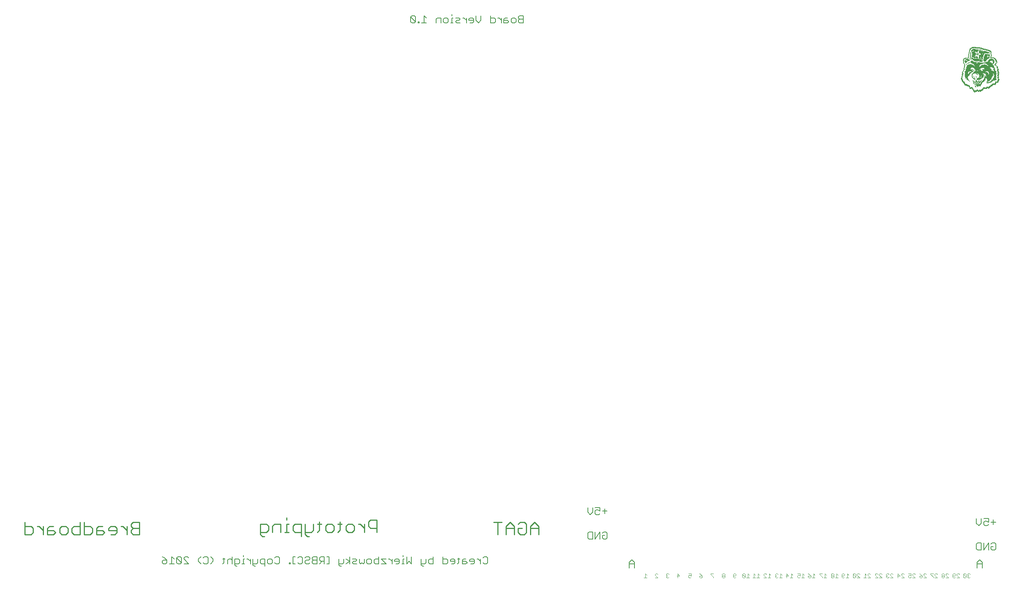
<source format=gbo>
G75*
%MOIN*%
%OFA0B0*%
%FSLAX25Y25*%
%IPPOS*%
%LPD*%
%AMOC8*
5,1,8,0,0,1.08239X$1,22.5*
%
%ADD10C,0.00600*%
%ADD11C,0.00900*%
%ADD12R,0.00472X0.00236*%
%ADD13R,0.00945X0.00236*%
%ADD14R,0.00709X0.00236*%
%ADD15R,0.01181X0.00236*%
%ADD16R,0.02598X0.00236*%
%ADD17R,0.01654X0.00236*%
%ADD18R,0.03071X0.00236*%
%ADD19R,0.03780X0.00236*%
%ADD20R,0.05906X0.00236*%
%ADD21R,0.06378X0.00236*%
%ADD22R,0.01417X0.00236*%
%ADD23R,0.03543X0.00236*%
%ADD24R,0.02362X0.00236*%
%ADD25R,0.01890X0.00236*%
%ADD26R,0.00236X0.00236*%
%ADD27R,0.04016X0.00236*%
%ADD28R,0.05669X0.00236*%
%ADD29R,0.02835X0.00236*%
%ADD30R,0.02126X0.00236*%
%ADD31R,0.03307X0.00236*%
%ADD32R,0.04252X0.00236*%
%ADD33R,0.06142X0.00236*%
%ADD34R,0.04488X0.00236*%
%ADD35R,0.04724X0.00236*%
%ADD36R,0.06614X0.00236*%
%ADD37R,0.05433X0.00236*%
%ADD38R,0.13228X0.00236*%
%ADD39R,0.12992X0.00236*%
%ADD40R,0.12283X0.00236*%
%ADD41R,0.09921X0.00236*%
%ADD42R,0.07323X0.00236*%
%ADD43R,0.07559X0.00236*%
%ADD44R,0.04961X0.00236*%
%ADD45R,0.10157X0.00236*%
%ADD46R,0.16299X0.00236*%
%ADD47R,0.08976X0.00236*%
%ADD48R,0.08268X0.00236*%
%ADD49R,0.08031X0.00236*%
%ADD50R,0.06850X0.00236*%
%ADD51R,0.05197X0.00236*%
%ADD52R,0.14882X0.00236*%
%ADD53R,0.21260X0.00236*%
%ADD54R,0.24803X0.00236*%
%ADD55R,0.12756X0.00236*%
%ADD56R,0.11339X0.00236*%
%ADD57R,0.09213X0.00236*%
%ADD58R,0.07087X0.00236*%
%ADD59R,0.08504X0.00236*%
%ADD60R,0.07795X0.00236*%
%ADD61R,0.09449X0.00236*%
%ADD62R,0.08740X0.00236*%
%ADD63R,0.09685X0.00236*%
%ADD64C,0.00300*%
D10*
X0198368Y0074872D02*
X0198368Y0075939D01*
X0199435Y0077007D01*
X0202638Y0077007D01*
X0202638Y0074872D01*
X0201570Y0073804D01*
X0199435Y0073804D01*
X0198368Y0074872D01*
X0200503Y0079142D02*
X0198368Y0080209D01*
X0200503Y0079142D02*
X0202638Y0077007D01*
X0204813Y0073804D02*
X0209084Y0073804D01*
X0206948Y0073804D02*
X0206948Y0080209D01*
X0209084Y0078074D01*
X0211259Y0079142D02*
X0212326Y0080209D01*
X0214461Y0080209D01*
X0215529Y0079142D01*
X0215529Y0074872D01*
X0211259Y0079142D01*
X0211259Y0074872D01*
X0212326Y0073804D01*
X0214461Y0073804D01*
X0215529Y0074872D01*
X0217704Y0073804D02*
X0221975Y0073804D01*
X0217704Y0078074D01*
X0217704Y0079142D01*
X0218772Y0080209D01*
X0220907Y0080209D01*
X0221975Y0079142D01*
X0230582Y0078074D02*
X0232717Y0080209D01*
X0234892Y0079142D02*
X0235960Y0080209D01*
X0238095Y0080209D01*
X0239163Y0079142D01*
X0239163Y0074872D01*
X0238095Y0073804D01*
X0235960Y0073804D01*
X0234892Y0074872D01*
X0232717Y0073804D02*
X0230582Y0075939D01*
X0230582Y0078074D01*
X0241324Y0080209D02*
X0243460Y0078074D01*
X0243460Y0075939D01*
X0241324Y0073804D01*
X0252067Y0073804D02*
X0253134Y0074872D01*
X0253134Y0079142D01*
X0252067Y0078074D02*
X0254202Y0078074D01*
X0256377Y0077007D02*
X0256377Y0073804D01*
X0256377Y0077007D02*
X0257445Y0078074D01*
X0259580Y0078074D01*
X0260648Y0077007D01*
X0262823Y0078074D02*
X0266025Y0078074D01*
X0267093Y0077007D01*
X0267093Y0074872D01*
X0266025Y0073804D01*
X0262823Y0073804D01*
X0262823Y0072736D02*
X0262823Y0078074D01*
X0260648Y0080209D02*
X0260648Y0073804D01*
X0262823Y0072736D02*
X0263890Y0071669D01*
X0264958Y0071669D01*
X0269255Y0073804D02*
X0271390Y0073804D01*
X0270322Y0073804D02*
X0270322Y0078074D01*
X0271390Y0078074D01*
X0273559Y0078074D02*
X0274626Y0078074D01*
X0276761Y0075939D01*
X0276761Y0073804D02*
X0276761Y0078074D01*
X0278936Y0078074D02*
X0278936Y0072736D01*
X0280004Y0071669D01*
X0281072Y0071669D01*
X0282139Y0073804D02*
X0278936Y0073804D01*
X0282139Y0073804D02*
X0283207Y0074872D01*
X0283207Y0078074D01*
X0285382Y0077007D02*
X0285382Y0074872D01*
X0286450Y0073804D01*
X0289652Y0073804D01*
X0289652Y0071669D02*
X0289652Y0078074D01*
X0286450Y0078074D01*
X0285382Y0077007D01*
X0291827Y0077007D02*
X0292895Y0078074D01*
X0295030Y0078074D01*
X0296098Y0077007D01*
X0296098Y0074872D01*
X0295030Y0073804D01*
X0292895Y0073804D01*
X0291827Y0074872D01*
X0291827Y0077007D01*
X0298273Y0079142D02*
X0299341Y0080209D01*
X0301476Y0080209D01*
X0302543Y0079142D01*
X0302543Y0074872D01*
X0301476Y0073804D01*
X0299341Y0073804D01*
X0298273Y0074872D01*
X0311144Y0074872D02*
X0311144Y0073804D01*
X0312212Y0073804D01*
X0312212Y0074872D01*
X0311144Y0074872D01*
X0314373Y0073804D02*
X0314373Y0080209D01*
X0316509Y0080209D01*
X0318684Y0079142D02*
X0319751Y0080209D01*
X0321886Y0080209D01*
X0322954Y0079142D01*
X0322954Y0074872D01*
X0321886Y0073804D01*
X0319751Y0073804D01*
X0318684Y0074872D01*
X0316509Y0073804D02*
X0314373Y0073804D01*
X0325129Y0074872D02*
X0326197Y0073804D01*
X0328332Y0073804D01*
X0329399Y0074872D01*
X0331575Y0074872D02*
X0332642Y0073804D01*
X0335845Y0073804D01*
X0335845Y0080209D01*
X0332642Y0080209D01*
X0331575Y0079142D01*
X0331575Y0078074D01*
X0332642Y0077007D01*
X0335845Y0077007D01*
X0338020Y0077007D02*
X0339088Y0075939D01*
X0342290Y0075939D01*
X0340155Y0075939D02*
X0338020Y0073804D01*
X0338020Y0077007D02*
X0338020Y0079142D01*
X0339088Y0080209D01*
X0342290Y0080209D01*
X0342290Y0073804D01*
X0344452Y0073804D02*
X0346587Y0073804D01*
X0346587Y0080209D01*
X0344452Y0080209D01*
X0355208Y0078074D02*
X0355208Y0072736D01*
X0356276Y0071669D01*
X0357343Y0071669D01*
X0358411Y0073804D02*
X0355208Y0073804D01*
X0358411Y0073804D02*
X0359478Y0074872D01*
X0359478Y0078074D01*
X0361647Y0078074D02*
X0364850Y0075939D01*
X0361647Y0073804D01*
X0364850Y0073804D02*
X0364850Y0080209D01*
X0367025Y0078074D02*
X0370228Y0078074D01*
X0371295Y0077007D01*
X0370228Y0075939D01*
X0368092Y0075939D01*
X0367025Y0074872D01*
X0368092Y0073804D01*
X0371295Y0073804D01*
X0373470Y0074872D02*
X0373470Y0078074D01*
X0373470Y0074872D02*
X0374538Y0073804D01*
X0375606Y0074872D01*
X0376673Y0073804D01*
X0377741Y0074872D01*
X0377741Y0078074D01*
X0379916Y0077007D02*
X0380983Y0078074D01*
X0383119Y0078074D01*
X0384186Y0077007D01*
X0384186Y0074872D01*
X0383119Y0073804D01*
X0380983Y0073804D01*
X0379916Y0074872D01*
X0379916Y0077007D01*
X0386361Y0077007D02*
X0387429Y0078074D01*
X0390632Y0078074D01*
X0390632Y0080209D02*
X0390632Y0073804D01*
X0387429Y0073804D01*
X0386361Y0074872D01*
X0386361Y0077007D01*
X0392807Y0078074D02*
X0397077Y0073804D01*
X0392807Y0073804D01*
X0392807Y0078074D02*
X0397077Y0078074D01*
X0399246Y0078074D02*
X0400313Y0078074D01*
X0402448Y0075939D01*
X0402448Y0073804D02*
X0402448Y0078074D01*
X0404624Y0077007D02*
X0404624Y0075939D01*
X0408894Y0075939D01*
X0408894Y0074872D02*
X0408894Y0077007D01*
X0407826Y0078074D01*
X0405691Y0078074D01*
X0404624Y0077007D01*
X0405691Y0073804D02*
X0407826Y0073804D01*
X0408894Y0074872D01*
X0411056Y0073804D02*
X0413191Y0073804D01*
X0412123Y0073804D02*
X0412123Y0078074D01*
X0413191Y0078074D01*
X0412123Y0080209D02*
X0412123Y0081277D01*
X0415366Y0080209D02*
X0415366Y0073804D01*
X0417501Y0075939D01*
X0419636Y0073804D01*
X0419636Y0080209D01*
X0428257Y0078074D02*
X0428257Y0072736D01*
X0429325Y0071669D01*
X0430392Y0071669D01*
X0431460Y0073804D02*
X0428257Y0073804D01*
X0431460Y0073804D02*
X0432527Y0074872D01*
X0432527Y0078074D01*
X0434703Y0077007D02*
X0435770Y0078074D01*
X0438973Y0078074D01*
X0438973Y0080209D02*
X0438973Y0073804D01*
X0435770Y0073804D01*
X0434703Y0074872D01*
X0434703Y0077007D01*
X0447594Y0078074D02*
X0450796Y0078074D01*
X0451864Y0077007D01*
X0451864Y0074872D01*
X0450796Y0073804D01*
X0447594Y0073804D01*
X0447594Y0080209D01*
X0454039Y0077007D02*
X0454039Y0075939D01*
X0458309Y0075939D01*
X0458309Y0074872D02*
X0458309Y0077007D01*
X0457242Y0078074D01*
X0455107Y0078074D01*
X0454039Y0077007D01*
X0455107Y0073804D02*
X0457242Y0073804D01*
X0458309Y0074872D01*
X0460471Y0073804D02*
X0461539Y0074872D01*
X0461539Y0079142D01*
X0462606Y0078074D02*
X0460471Y0078074D01*
X0464782Y0077007D02*
X0464782Y0073804D01*
X0467984Y0073804D01*
X0469052Y0074872D01*
X0467984Y0075939D01*
X0464782Y0075939D01*
X0464782Y0077007D02*
X0465849Y0078074D01*
X0467984Y0078074D01*
X0471227Y0077007D02*
X0471227Y0075939D01*
X0475497Y0075939D01*
X0475497Y0074872D02*
X0475497Y0077007D01*
X0474430Y0078074D01*
X0472295Y0078074D01*
X0471227Y0077007D01*
X0472295Y0073804D02*
X0474430Y0073804D01*
X0475497Y0074872D01*
X0477666Y0078074D02*
X0478734Y0078074D01*
X0480869Y0075939D01*
X0480869Y0073804D02*
X0480869Y0078074D01*
X0483044Y0079142D02*
X0484111Y0080209D01*
X0486247Y0080209D01*
X0487314Y0079142D01*
X0487314Y0074872D01*
X0486247Y0073804D01*
X0484111Y0073804D01*
X0483044Y0074872D01*
X0576137Y0096919D02*
X0577205Y0095851D01*
X0580407Y0095851D01*
X0580407Y0102257D01*
X0577205Y0102257D01*
X0576137Y0101189D01*
X0576137Y0096919D01*
X0582583Y0095851D02*
X0582583Y0102257D01*
X0586853Y0102257D02*
X0582583Y0095851D01*
X0586853Y0095851D02*
X0586853Y0102257D01*
X0589028Y0101189D02*
X0590096Y0102257D01*
X0592231Y0102257D01*
X0593298Y0101189D01*
X0593298Y0096919D01*
X0592231Y0095851D01*
X0590096Y0095851D01*
X0589028Y0096919D01*
X0589028Y0099054D01*
X0591163Y0099054D01*
X0585785Y0117505D02*
X0586853Y0118572D01*
X0585785Y0117505D02*
X0583650Y0117505D01*
X0582583Y0118572D01*
X0582583Y0120707D01*
X0583650Y0121775D01*
X0584718Y0121775D01*
X0586853Y0120707D01*
X0586853Y0123910D01*
X0582583Y0123910D01*
X0580407Y0123910D02*
X0580407Y0119640D01*
X0578272Y0117505D01*
X0576137Y0119640D01*
X0576137Y0123910D01*
X0589028Y0120707D02*
X0593298Y0120707D01*
X0591163Y0118572D02*
X0591163Y0122843D01*
X0615202Y0077541D02*
X0612776Y0075114D01*
X0612776Y0070261D01*
X0612776Y0073901D02*
X0617629Y0073901D01*
X0617629Y0075114D02*
X0615202Y0077541D01*
X0617629Y0075114D02*
X0617629Y0070261D01*
X0332642Y0077007D02*
X0331575Y0075939D01*
X0331575Y0074872D01*
X0329399Y0078074D02*
X0328332Y0077007D01*
X0326197Y0077007D01*
X0325129Y0075939D01*
X0325129Y0074872D01*
X0325129Y0079142D02*
X0326197Y0080209D01*
X0328332Y0080209D01*
X0329399Y0079142D01*
X0329399Y0078074D01*
X0270322Y0080209D02*
X0270322Y0081277D01*
X0920940Y0087076D02*
X0920940Y0091347D01*
X0922008Y0092414D01*
X0925211Y0092414D01*
X0925211Y0086009D01*
X0922008Y0086009D01*
X0920940Y0087076D01*
X0927386Y0086009D02*
X0927386Y0092414D01*
X0931656Y0092414D02*
X0927386Y0086009D01*
X0931656Y0086009D02*
X0931656Y0092414D01*
X0933831Y0091347D02*
X0934899Y0092414D01*
X0937034Y0092414D01*
X0938102Y0091347D01*
X0938102Y0087076D01*
X0937034Y0086009D01*
X0934899Y0086009D01*
X0933831Y0087076D01*
X0933831Y0089211D01*
X0935966Y0089211D01*
X0923864Y0077541D02*
X0921437Y0075114D01*
X0921437Y0070261D01*
X0921437Y0073901D02*
X0926291Y0073901D01*
X0926291Y0075114D02*
X0923864Y0077541D01*
X0926291Y0075114D02*
X0926291Y0070261D01*
X0928453Y0107662D02*
X0930589Y0107662D01*
X0931656Y0108730D01*
X0931656Y0110865D02*
X0929521Y0111933D01*
X0928453Y0111933D01*
X0927386Y0110865D01*
X0927386Y0108730D01*
X0928453Y0107662D01*
X0925211Y0109797D02*
X0923075Y0107662D01*
X0920940Y0109797D01*
X0920940Y0114068D01*
X0925211Y0114068D02*
X0925211Y0109797D01*
X0927386Y0114068D02*
X0931656Y0114068D01*
X0931656Y0110865D01*
X0933831Y0110865D02*
X0938102Y0110865D01*
X0935966Y0113000D02*
X0935966Y0108730D01*
X0518810Y0554513D02*
X0515608Y0554513D01*
X0514540Y0555580D01*
X0514540Y0556648D01*
X0515608Y0557715D01*
X0518810Y0557715D01*
X0518810Y0554513D02*
X0518810Y0560918D01*
X0515608Y0560918D01*
X0514540Y0559850D01*
X0514540Y0558783D01*
X0515608Y0557715D01*
X0512365Y0557715D02*
X0512365Y0555580D01*
X0511297Y0554513D01*
X0509162Y0554513D01*
X0508094Y0555580D01*
X0508094Y0557715D01*
X0509162Y0558783D01*
X0511297Y0558783D01*
X0512365Y0557715D01*
X0505919Y0555580D02*
X0504852Y0556648D01*
X0501649Y0556648D01*
X0501649Y0557715D02*
X0501649Y0554513D01*
X0504852Y0554513D01*
X0505919Y0555580D01*
X0504852Y0558783D02*
X0502717Y0558783D01*
X0501649Y0557715D01*
X0499474Y0556648D02*
X0497339Y0558783D01*
X0496271Y0558783D01*
X0494102Y0557715D02*
X0493035Y0558783D01*
X0489832Y0558783D01*
X0489832Y0560918D02*
X0489832Y0554513D01*
X0493035Y0554513D01*
X0494102Y0555580D01*
X0494102Y0557715D01*
X0499474Y0558783D02*
X0499474Y0554513D01*
X0481212Y0556648D02*
X0481212Y0560918D01*
X0481212Y0556648D02*
X0479076Y0554513D01*
X0476941Y0556648D01*
X0476941Y0560918D01*
X0474766Y0557715D02*
X0473698Y0558783D01*
X0471563Y0558783D01*
X0470496Y0557715D01*
X0470496Y0556648D01*
X0474766Y0556648D01*
X0474766Y0557715D02*
X0474766Y0555580D01*
X0473698Y0554513D01*
X0471563Y0554513D01*
X0468321Y0554513D02*
X0468321Y0558783D01*
X0468321Y0556648D02*
X0466185Y0558783D01*
X0465118Y0558783D01*
X0462949Y0557715D02*
X0461882Y0558783D01*
X0458679Y0558783D01*
X0456504Y0558783D02*
X0455436Y0558783D01*
X0455436Y0554513D01*
X0454369Y0554513D02*
X0456504Y0554513D01*
X0458679Y0555580D02*
X0459747Y0556648D01*
X0461882Y0556648D01*
X0462949Y0557715D01*
X0462949Y0554513D02*
X0459747Y0554513D01*
X0458679Y0555580D01*
X0455436Y0560918D02*
X0455436Y0561986D01*
X0452207Y0557715D02*
X0452207Y0555580D01*
X0451139Y0554513D01*
X0449004Y0554513D01*
X0447936Y0555580D01*
X0447936Y0557715D01*
X0449004Y0558783D01*
X0451139Y0558783D01*
X0452207Y0557715D01*
X0445761Y0558783D02*
X0442559Y0558783D01*
X0441491Y0557715D01*
X0441491Y0554513D01*
X0445761Y0554513D02*
X0445761Y0558783D01*
X0432870Y0558783D02*
X0430735Y0560918D01*
X0430735Y0554513D01*
X0432870Y0554513D02*
X0428600Y0554513D01*
X0426425Y0554513D02*
X0425357Y0554513D01*
X0425357Y0555580D01*
X0426425Y0555580D01*
X0426425Y0554513D01*
X0423202Y0555580D02*
X0418932Y0559850D01*
X0418932Y0555580D01*
X0419999Y0554513D01*
X0422134Y0554513D01*
X0423202Y0555580D01*
X0423202Y0559850D01*
X0422134Y0560918D01*
X0419999Y0560918D01*
X0418932Y0559850D01*
D11*
X0082035Y0099938D02*
X0076575Y0099938D01*
X0076575Y0110859D01*
X0076575Y0107218D02*
X0082035Y0107218D01*
X0083855Y0105398D01*
X0083855Y0101758D01*
X0082035Y0099938D01*
X0087458Y0107218D02*
X0089278Y0107218D01*
X0092918Y0103578D01*
X0096513Y0103578D02*
X0101974Y0103578D01*
X0103794Y0101758D01*
X0101974Y0099938D01*
X0096513Y0099938D01*
X0096513Y0105398D01*
X0098333Y0107218D01*
X0101974Y0107218D01*
X0107389Y0105398D02*
X0107389Y0101758D01*
X0109209Y0099938D01*
X0112849Y0099938D01*
X0114669Y0101758D01*
X0114669Y0105398D01*
X0112849Y0107218D01*
X0109209Y0107218D01*
X0107389Y0105398D01*
X0118264Y0105398D02*
X0118264Y0101758D01*
X0120084Y0099938D01*
X0125544Y0099938D01*
X0125544Y0110859D01*
X0129140Y0110859D02*
X0129140Y0099938D01*
X0134600Y0099938D01*
X0136420Y0101758D01*
X0136420Y0105398D01*
X0134600Y0107218D01*
X0129140Y0107218D01*
X0125544Y0107218D02*
X0120084Y0107218D01*
X0118264Y0105398D01*
X0140015Y0105398D02*
X0140015Y0099938D01*
X0145475Y0099938D01*
X0147295Y0101758D01*
X0145475Y0103578D01*
X0140015Y0103578D01*
X0140015Y0105398D02*
X0141835Y0107218D01*
X0145475Y0107218D01*
X0150891Y0105398D02*
X0150891Y0103578D01*
X0158171Y0103578D01*
X0158171Y0101758D02*
X0158171Y0105398D01*
X0156351Y0107218D01*
X0152711Y0107218D01*
X0150891Y0105398D01*
X0152711Y0099938D02*
X0156351Y0099938D01*
X0158171Y0101758D01*
X0161773Y0107218D02*
X0163594Y0107218D01*
X0167234Y0103578D01*
X0170829Y0103578D02*
X0170829Y0101758D01*
X0172649Y0099938D01*
X0178109Y0099938D01*
X0178109Y0110859D01*
X0172649Y0110859D01*
X0170829Y0109038D01*
X0170829Y0107218D01*
X0172649Y0105398D01*
X0178109Y0105398D01*
X0172649Y0105398D02*
X0170829Y0103578D01*
X0167234Y0099938D02*
X0167234Y0107218D01*
X0092918Y0107218D02*
X0092918Y0099938D01*
X0285392Y0100087D02*
X0285392Y0109187D01*
X0290853Y0109187D01*
X0292673Y0107367D01*
X0292673Y0103727D01*
X0290853Y0101907D01*
X0285392Y0101907D01*
X0285392Y0100087D02*
X0287213Y0098267D01*
X0289033Y0098267D01*
X0296268Y0101907D02*
X0296268Y0107367D01*
X0298088Y0109187D01*
X0303548Y0109187D01*
X0303548Y0101907D01*
X0307158Y0101907D02*
X0310798Y0101907D01*
X0308978Y0101907D02*
X0308978Y0109187D01*
X0310798Y0109187D01*
X0314394Y0107367D02*
X0314394Y0103727D01*
X0316214Y0101907D01*
X0321674Y0101907D01*
X0325269Y0101907D02*
X0330729Y0101907D01*
X0332549Y0103727D01*
X0332549Y0109187D01*
X0336159Y0109187D02*
X0339800Y0109187D01*
X0337979Y0111007D02*
X0337979Y0103727D01*
X0336159Y0101907D01*
X0343395Y0103727D02*
X0343395Y0107367D01*
X0345215Y0109187D01*
X0348855Y0109187D01*
X0350675Y0107367D01*
X0350675Y0103727D01*
X0348855Y0101907D01*
X0345215Y0101907D01*
X0343395Y0103727D01*
X0354285Y0101907D02*
X0356105Y0103727D01*
X0356105Y0111007D01*
X0357925Y0109187D02*
X0354285Y0109187D01*
X0361520Y0107367D02*
X0363341Y0109187D01*
X0366981Y0109187D01*
X0368801Y0107367D01*
X0368801Y0103727D01*
X0366981Y0101907D01*
X0363341Y0101907D01*
X0361520Y0103727D01*
X0361520Y0107367D01*
X0372403Y0109187D02*
X0374223Y0109187D01*
X0377864Y0105547D01*
X0377864Y0101907D02*
X0377864Y0109187D01*
X0381459Y0111007D02*
X0381459Y0107367D01*
X0383279Y0105547D01*
X0388739Y0105547D01*
X0388739Y0101907D02*
X0388739Y0112827D01*
X0383279Y0112827D01*
X0381459Y0111007D01*
X0328909Y0098267D02*
X0327089Y0098267D01*
X0325269Y0100087D01*
X0325269Y0109187D01*
X0321674Y0109187D02*
X0316214Y0109187D01*
X0314394Y0107367D01*
X0321674Y0109187D02*
X0321674Y0098267D01*
X0308978Y0112827D02*
X0308978Y0114647D01*
X0492533Y0110859D02*
X0499813Y0110859D01*
X0496173Y0110859D02*
X0496173Y0099938D01*
X0503409Y0099938D02*
X0503409Y0107218D01*
X0507049Y0110859D01*
X0510689Y0107218D01*
X0510689Y0099938D01*
X0514284Y0101758D02*
X0514284Y0105398D01*
X0517924Y0105398D01*
X0514284Y0101758D02*
X0516104Y0099938D01*
X0519744Y0099938D01*
X0521564Y0101758D01*
X0521564Y0109038D01*
X0519744Y0110859D01*
X0516104Y0110859D01*
X0514284Y0109038D01*
X0510689Y0105398D02*
X0503409Y0105398D01*
X0525160Y0105398D02*
X0532440Y0105398D01*
X0532440Y0107218D02*
X0528800Y0110859D01*
X0525160Y0107218D01*
X0525160Y0099938D01*
X0532440Y0099938D02*
X0532440Y0107218D01*
D12*
X0919386Y0492559D03*
X0920331Y0494449D03*
X0920331Y0497047D03*
X0922220Y0497520D03*
X0922220Y0497756D03*
X0923874Y0502244D03*
X0923874Y0502480D03*
X0924819Y0502480D03*
X0925055Y0502717D03*
X0925055Y0502953D03*
X0925291Y0503189D03*
X0924819Y0505551D03*
X0925055Y0505787D03*
X0928362Y0507205D03*
X0928598Y0507441D03*
X0928598Y0506969D03*
X0930252Y0501772D03*
X0930488Y0497520D03*
X0931906Y0495866D03*
X0927417Y0497047D03*
X0924346Y0493268D03*
X0918441Y0500827D03*
X0918441Y0501063D03*
X0918441Y0501299D03*
X0918441Y0501772D03*
X0918441Y0502008D03*
X0918205Y0502244D03*
X0918205Y0502480D03*
X0918205Y0502717D03*
X0917969Y0502953D03*
X0919622Y0502244D03*
X0919622Y0502008D03*
X0919386Y0505787D03*
X0921276Y0505787D03*
X0922220Y0508150D03*
X0921748Y0508622D03*
X0920567Y0509567D03*
X0918677Y0511693D03*
X0917969Y0512165D03*
X0917732Y0512402D03*
X0917260Y0513110D03*
X0917024Y0512874D03*
X0917969Y0517835D03*
X0916315Y0521614D03*
X0916315Y0521850D03*
X0915134Y0522087D03*
X0915134Y0522323D03*
X0915370Y0522795D03*
X0915370Y0523031D03*
X0915370Y0523268D03*
X0916787Y0523504D03*
X0919386Y0524449D03*
X0921276Y0526339D03*
X0921276Y0526811D03*
X0921512Y0527047D03*
X0921984Y0526339D03*
X0922693Y0525630D03*
X0922220Y0527520D03*
X0921512Y0531063D03*
X0917024Y0528465D03*
X0916787Y0528701D03*
X0915843Y0527992D03*
X0915843Y0527756D03*
X0915843Y0527520D03*
X0915843Y0527283D03*
X0915843Y0527047D03*
X0915843Y0526811D03*
X0915843Y0526575D03*
X0915843Y0526339D03*
X0914425Y0527047D03*
X0914425Y0527283D03*
X0914425Y0527520D03*
X0914661Y0528701D03*
X0913953Y0524921D03*
X0913953Y0524685D03*
X0913717Y0523504D03*
X0913717Y0523268D03*
X0923874Y0521850D03*
X0929071Y0526575D03*
X0930961Y0524449D03*
X0932378Y0526339D03*
X0934031Y0525157D03*
X0934031Y0524921D03*
X0935921Y0513110D03*
X0935213Y0506732D03*
X0934976Y0503898D03*
X0938047Y0502244D03*
X0935685Y0500354D03*
X0940646Y0504606D03*
X0924346Y0512402D03*
X0917024Y0507677D03*
X0917024Y0507441D03*
X0917024Y0506969D03*
X0917024Y0506732D03*
X0917260Y0506260D03*
X0917496Y0505787D03*
X0914425Y0502717D03*
X0911591Y0505079D03*
X0908047Y0505787D03*
X0907811Y0505551D03*
X0908283Y0506969D03*
X0908756Y0508858D03*
D13*
X0908756Y0508622D03*
X0908756Y0507913D03*
X0908047Y0506496D03*
X0908047Y0506024D03*
X0908520Y0509567D03*
X0908520Y0509803D03*
X0908992Y0510984D03*
X0909937Y0513346D03*
X0909937Y0513819D03*
X0910173Y0514528D03*
X0910409Y0515236D03*
X0910646Y0515709D03*
X0910409Y0515945D03*
X0910409Y0516417D03*
X0910646Y0517126D03*
X0910646Y0517362D03*
X0910409Y0517598D03*
X0909937Y0518071D03*
X0909701Y0518543D03*
X0909465Y0519016D03*
X0909465Y0519252D03*
X0909465Y0520669D03*
X0909465Y0520906D03*
X0909701Y0521614D03*
X0909701Y0521850D03*
X0911118Y0520906D03*
X0913480Y0520669D03*
X0917024Y0520669D03*
X0915606Y0524449D03*
X0915606Y0524685D03*
X0914189Y0525866D03*
X0914898Y0529646D03*
X0915134Y0530354D03*
X0915370Y0530591D03*
X0916787Y0528937D03*
X0919386Y0524921D03*
X0921276Y0524449D03*
X0921512Y0525630D03*
X0921512Y0526102D03*
X0922457Y0526575D03*
X0922693Y0526811D03*
X0921984Y0527283D03*
X0923638Y0529646D03*
X0922457Y0530827D03*
X0926236Y0529646D03*
X0928598Y0529409D03*
X0930961Y0527047D03*
X0932142Y0524685D03*
X0932142Y0524449D03*
X0932142Y0524213D03*
X0932142Y0523976D03*
X0933795Y0523976D03*
X0933795Y0523740D03*
X0933795Y0524213D03*
X0934031Y0525630D03*
X0934031Y0525866D03*
X0934031Y0526102D03*
X0933795Y0526811D03*
X0933795Y0527047D03*
X0933795Y0527756D03*
X0933795Y0527992D03*
X0933795Y0528228D03*
X0936394Y0520669D03*
X0938520Y0518780D03*
X0938756Y0519016D03*
X0938992Y0519252D03*
X0938992Y0519488D03*
X0938283Y0518543D03*
X0938283Y0518307D03*
X0938047Y0517835D03*
X0937811Y0516654D03*
X0938047Y0516417D03*
X0938756Y0515945D03*
X0938992Y0515709D03*
X0939465Y0515472D03*
X0939701Y0515000D03*
X0939465Y0514291D03*
X0939465Y0514055D03*
X0939465Y0513819D03*
X0939937Y0513583D03*
X0940173Y0513346D03*
X0939937Y0511929D03*
X0940173Y0511693D03*
X0940409Y0510512D03*
X0940646Y0510276D03*
X0940173Y0509331D03*
X0940409Y0508858D03*
X0940173Y0506969D03*
X0940409Y0506496D03*
X0940173Y0505315D03*
X0937339Y0499173D03*
X0929307Y0495630D03*
X0922929Y0493268D03*
X0919386Y0492795D03*
X0917969Y0495157D03*
X0914898Y0497047D03*
X0914898Y0497283D03*
X0919150Y0500118D03*
X0919386Y0499882D03*
X0919858Y0501299D03*
X0919622Y0501535D03*
X0919622Y0501772D03*
X0922693Y0502480D03*
X0922929Y0502717D03*
X0923165Y0502953D03*
X0923638Y0505787D03*
X0923874Y0506260D03*
X0926236Y0505551D03*
X0917732Y0505315D03*
X0917496Y0508622D03*
X0916787Y0512638D03*
X0913480Y0503425D03*
X0922220Y0497992D03*
X0936866Y0513110D03*
X0936866Y0513346D03*
X0936394Y0514055D03*
X0925764Y0517835D03*
X0924346Y0520669D03*
X0923638Y0523976D03*
X0925528Y0526575D03*
D14*
X0922575Y0527047D03*
X0927063Y0529173D03*
X0928953Y0527283D03*
X0933913Y0527283D03*
X0933913Y0527520D03*
X0933913Y0526575D03*
X0933913Y0526339D03*
X0934150Y0525394D03*
X0933913Y0524685D03*
X0933913Y0524449D03*
X0934150Y0522323D03*
X0935803Y0518071D03*
X0929898Y0510512D03*
X0928717Y0506732D03*
X0926118Y0505315D03*
X0923756Y0506024D03*
X0921866Y0508386D03*
X0920921Y0509094D03*
X0917142Y0508386D03*
X0917142Y0508150D03*
X0917142Y0507913D03*
X0917142Y0507205D03*
X0917142Y0506496D03*
X0917378Y0506024D03*
X0917614Y0505551D03*
X0914071Y0502953D03*
X0913835Y0503189D03*
X0918559Y0500591D03*
X0918795Y0500354D03*
X0919976Y0498465D03*
X0920213Y0497756D03*
X0920213Y0497520D03*
X0920213Y0497283D03*
X0921866Y0494921D03*
X0923756Y0494685D03*
X0923047Y0493031D03*
X0920685Y0493031D03*
X0923992Y0497992D03*
X0930606Y0502008D03*
X0931787Y0496102D03*
X0938165Y0502008D03*
X0939583Y0501063D03*
X0940291Y0505079D03*
X0940291Y0506732D03*
X0940055Y0509094D03*
X0926827Y0513110D03*
X0914780Y0518780D03*
X0913835Y0518780D03*
X0913598Y0518543D03*
X0912890Y0518071D03*
X0911472Y0518780D03*
X0910055Y0517835D03*
X0909819Y0518307D03*
X0909583Y0518780D03*
X0909346Y0519488D03*
X0909346Y0519724D03*
X0909346Y0519961D03*
X0909346Y0520197D03*
X0909346Y0520433D03*
X0909583Y0521378D03*
X0913598Y0522795D03*
X0913835Y0523740D03*
X0913835Y0523976D03*
X0913835Y0524213D03*
X0913835Y0524449D03*
X0914071Y0525157D03*
X0914071Y0525394D03*
X0914071Y0525630D03*
X0914307Y0526102D03*
X0914307Y0526339D03*
X0914307Y0526575D03*
X0914307Y0526811D03*
X0914543Y0527756D03*
X0914543Y0527992D03*
X0914543Y0528228D03*
X0914543Y0528465D03*
X0914780Y0528937D03*
X0914780Y0529173D03*
X0914780Y0529409D03*
X0915016Y0529882D03*
X0915016Y0530118D03*
X0918323Y0531063D03*
X0915961Y0526102D03*
X0915961Y0525866D03*
X0915961Y0525630D03*
X0915724Y0525394D03*
X0915724Y0525157D03*
X0915724Y0524921D03*
X0915488Y0524213D03*
X0915488Y0523976D03*
X0915488Y0523740D03*
X0915488Y0523504D03*
X0915252Y0522559D03*
X0916433Y0522087D03*
X0913835Y0520433D03*
X0910528Y0516890D03*
X0910528Y0516654D03*
X0910291Y0516181D03*
X0910528Y0515472D03*
X0910291Y0515000D03*
X0910291Y0514764D03*
X0910055Y0514291D03*
X0910055Y0514055D03*
X0909819Y0513583D03*
X0910055Y0512874D03*
X0910055Y0512638D03*
X0909819Y0512402D03*
X0909583Y0512165D03*
X0909346Y0511929D03*
X0909346Y0511693D03*
X0909110Y0511457D03*
X0909110Y0511220D03*
X0908874Y0510748D03*
X0908874Y0510512D03*
X0908638Y0510276D03*
X0908638Y0510039D03*
X0908874Y0507677D03*
X0908638Y0507441D03*
X0908402Y0507205D03*
X0908165Y0506732D03*
X0907929Y0505315D03*
X0926118Y0520669D03*
X0926118Y0520906D03*
X0926118Y0522087D03*
D15*
X0925882Y0523031D03*
X0925882Y0523268D03*
X0923756Y0524213D03*
X0925646Y0526339D03*
X0927063Y0526339D03*
X0927299Y0526575D03*
X0924937Y0530118D03*
X0923520Y0530591D03*
X0921394Y0528465D03*
X0915488Y0530827D03*
X0916906Y0523268D03*
X0917142Y0522795D03*
X0911472Y0519016D03*
X0909583Y0521142D03*
X0909819Y0522087D03*
X0910055Y0522323D03*
X0910055Y0513110D03*
X0908638Y0508386D03*
X0908638Y0508150D03*
X0908165Y0506260D03*
X0907693Y0505079D03*
X0907693Y0504843D03*
X0907929Y0504370D03*
X0908165Y0503898D03*
X0908402Y0503425D03*
X0908638Y0502717D03*
X0908874Y0502480D03*
X0910291Y0500591D03*
X0913362Y0503661D03*
X0913126Y0503898D03*
X0912890Y0504843D03*
X0912890Y0505079D03*
X0914543Y0508858D03*
X0914780Y0509094D03*
X0917614Y0508858D03*
X0917850Y0509094D03*
X0918323Y0505079D03*
X0920921Y0502953D03*
X0920921Y0502244D03*
X0920921Y0502008D03*
X0919976Y0501063D03*
X0922575Y0502244D03*
X0923992Y0501772D03*
X0923992Y0501535D03*
X0923756Y0501299D03*
X0923520Y0501063D03*
X0924228Y0502008D03*
X0923756Y0505551D03*
X0923992Y0506732D03*
X0923992Y0506969D03*
X0923992Y0507205D03*
X0926354Y0505787D03*
X0928480Y0505079D03*
X0930843Y0502244D03*
X0930370Y0501535D03*
X0930606Y0497283D03*
X0926827Y0495630D03*
X0924465Y0493504D03*
X0921866Y0494685D03*
X0919504Y0493031D03*
X0918795Y0493976D03*
X0918323Y0494685D03*
X0917850Y0495394D03*
X0917614Y0495630D03*
X0916669Y0497047D03*
X0915488Y0495866D03*
X0914780Y0497520D03*
X0920213Y0497992D03*
X0922102Y0498228D03*
X0923992Y0498228D03*
X0937929Y0500827D03*
X0939583Y0501299D03*
X0940528Y0503425D03*
X0940528Y0503661D03*
X0940528Y0504370D03*
X0940291Y0506260D03*
X0940291Y0507677D03*
X0940291Y0507913D03*
X0940291Y0508150D03*
X0940528Y0508386D03*
X0940291Y0510748D03*
X0940291Y0510984D03*
X0940291Y0511220D03*
X0940291Y0511457D03*
X0939819Y0512165D03*
X0939819Y0512402D03*
X0940055Y0512638D03*
X0940291Y0512874D03*
X0940291Y0513110D03*
X0939583Y0514528D03*
X0939583Y0514764D03*
X0939583Y0515236D03*
X0938402Y0516181D03*
X0937457Y0516890D03*
X0937457Y0517126D03*
X0937693Y0517362D03*
X0937929Y0517598D03*
X0938165Y0518071D03*
X0938874Y0519724D03*
X0938638Y0519961D03*
X0938638Y0520197D03*
X0938638Y0520433D03*
X0938402Y0520669D03*
X0938402Y0520906D03*
X0938165Y0521142D03*
X0937929Y0521614D03*
X0937693Y0521850D03*
X0937457Y0522323D03*
X0936039Y0519488D03*
X0936039Y0519252D03*
X0936039Y0519016D03*
X0936039Y0518780D03*
X0935803Y0518543D03*
X0935803Y0518307D03*
X0936748Y0513583D03*
X0936984Y0512165D03*
X0924465Y0520906D03*
X0933441Y0528701D03*
X0933677Y0528465D03*
D16*
X0932496Y0529409D03*
X0929425Y0525157D03*
X0928953Y0524213D03*
X0928953Y0523976D03*
X0925409Y0522323D03*
X0924937Y0527283D03*
X0919504Y0521142D03*
X0916906Y0520197D03*
X0916906Y0519961D03*
X0912417Y0522087D03*
X0911709Y0519961D03*
X0912181Y0509803D03*
X0912181Y0509567D03*
X0912181Y0506732D03*
X0912181Y0506496D03*
X0922575Y0503898D03*
X0925882Y0506260D03*
X0931787Y0503425D03*
X0932732Y0501535D03*
X0936984Y0505079D03*
X0919976Y0493268D03*
D17*
X0921866Y0494449D03*
X0922811Y0493504D03*
X0921394Y0499882D03*
X0921630Y0501535D03*
X0920921Y0502717D03*
X0919031Y0504606D03*
X0918795Y0504843D03*
X0918323Y0509331D03*
X0915016Y0509567D03*
X0912417Y0505315D03*
X0909110Y0502244D03*
X0909819Y0501299D03*
X0910764Y0499882D03*
X0914543Y0497756D03*
X0925646Y0501063D03*
X0925882Y0501535D03*
X0928244Y0504134D03*
X0928244Y0504370D03*
X0931079Y0502480D03*
X0934858Y0502953D03*
X0939819Y0502244D03*
X0939819Y0502008D03*
X0940055Y0502480D03*
X0940291Y0502717D03*
X0940291Y0502953D03*
X0940764Y0503898D03*
X0940764Y0504134D03*
X0940291Y0505787D03*
X0937693Y0507441D03*
X0937220Y0511693D03*
X0936748Y0512874D03*
X0936984Y0513819D03*
X0936276Y0514291D03*
X0926827Y0512874D03*
X0915488Y0517362D03*
X0916906Y0520433D03*
X0919268Y0523268D03*
X0921157Y0524213D03*
X0921866Y0525866D03*
X0921157Y0528701D03*
X0917142Y0529409D03*
X0916906Y0529173D03*
X0916197Y0531535D03*
X0931079Y0527283D03*
X0932024Y0525157D03*
X0933205Y0528937D03*
X0936512Y0523031D03*
X0925882Y0523504D03*
X0922102Y0520906D03*
X0911236Y0520669D03*
D18*
X0912654Y0521850D03*
X0918087Y0524213D03*
X0918559Y0525394D03*
X0918323Y0527756D03*
X0924701Y0527520D03*
X0924701Y0529173D03*
X0931079Y0529882D03*
X0934858Y0523504D03*
X0931315Y0519488D03*
X0937220Y0504843D03*
X0937220Y0504606D03*
X0937220Y0504134D03*
X0937220Y0503898D03*
X0936748Y0500118D03*
X0931787Y0503661D03*
X0919976Y0493740D03*
X0919976Y0493504D03*
X0916433Y0496102D03*
X0913362Y0498465D03*
X0912181Y0506969D03*
X0912181Y0508858D03*
D19*
X0912535Y0507441D03*
X0912535Y0510984D03*
X0913953Y0513583D03*
X0913953Y0513819D03*
X0921748Y0512638D03*
X0921748Y0512402D03*
X0925291Y0506496D03*
X0929543Y0509567D03*
X0933795Y0508622D03*
X0933795Y0508386D03*
X0932142Y0504370D03*
X0936157Y0503425D03*
X0936394Y0503661D03*
X0931197Y0496811D03*
X0928362Y0495866D03*
X0923638Y0493740D03*
X0927890Y0516890D03*
X0921039Y0520669D03*
X0925055Y0524449D03*
X0925055Y0524685D03*
X0925528Y0525630D03*
X0928126Y0530827D03*
X0928835Y0530591D03*
X0920331Y0529173D03*
X0919386Y0530591D03*
X0934268Y0521850D03*
X0935213Y0523268D03*
D20*
X0931079Y0519016D03*
X0932024Y0518071D03*
X0930843Y0513346D03*
X0927535Y0515945D03*
X0921866Y0513819D03*
X0921630Y0517362D03*
X0914071Y0511929D03*
X0932496Y0507441D03*
X0932496Y0507205D03*
X0932496Y0506969D03*
X0935094Y0509567D03*
X0922339Y0499409D03*
X0922811Y0493976D03*
X0929898Y0496575D03*
D21*
X0923047Y0494213D03*
X0931315Y0505315D03*
X0931315Y0505551D03*
X0931315Y0506024D03*
X0932732Y0507913D03*
X0935331Y0509331D03*
X0935094Y0509803D03*
X0935094Y0510276D03*
X0931079Y0513110D03*
X0915724Y0516181D03*
X0920213Y0522087D03*
X0919504Y0529882D03*
D22*
X0919622Y0531063D03*
X0915843Y0531299D03*
X0915606Y0531063D03*
X0917024Y0523031D03*
X0917496Y0522559D03*
X0920331Y0522559D03*
X0923874Y0523031D03*
X0923874Y0523268D03*
X0923874Y0523504D03*
X0925528Y0526811D03*
X0927181Y0526811D03*
X0927654Y0527283D03*
X0928598Y0529173D03*
X0926000Y0529882D03*
X0924346Y0530354D03*
X0932142Y0524921D03*
X0931906Y0523740D03*
X0936866Y0522795D03*
X0937102Y0522559D03*
X0937575Y0522087D03*
X0938047Y0521378D03*
X0936394Y0520433D03*
X0936157Y0519724D03*
X0936866Y0512402D03*
X0937102Y0511929D03*
X0940173Y0509567D03*
X0940646Y0510039D03*
X0940409Y0508622D03*
X0940173Y0507441D03*
X0940173Y0507205D03*
X0940409Y0506024D03*
X0940173Y0505551D03*
X0940409Y0503189D03*
X0938047Y0501299D03*
X0938047Y0501063D03*
X0937811Y0500591D03*
X0937575Y0500354D03*
X0934740Y0502717D03*
X0934504Y0502480D03*
X0930724Y0500827D03*
X0928362Y0504606D03*
X0928362Y0504843D03*
X0925764Y0501299D03*
X0925528Y0500827D03*
X0925291Y0500591D03*
X0925055Y0500354D03*
X0925055Y0500118D03*
X0922457Y0502008D03*
X0920803Y0502480D03*
X0919622Y0504134D03*
X0921039Y0508858D03*
X0920567Y0511693D03*
X0920567Y0511929D03*
X0917260Y0510984D03*
X0917024Y0510748D03*
X0914898Y0509331D03*
X0912772Y0504606D03*
X0913008Y0504134D03*
X0909937Y0501063D03*
X0910173Y0500827D03*
X0910409Y0500354D03*
X0910646Y0500118D03*
X0908520Y0502953D03*
X0908520Y0503189D03*
X0908283Y0503661D03*
X0908047Y0504134D03*
X0907811Y0504606D03*
X0908756Y0509094D03*
X0908756Y0509331D03*
X0913717Y0518307D03*
X0911591Y0519252D03*
X0910409Y0522559D03*
X0928126Y0519961D03*
X0920331Y0498228D03*
X0917496Y0495866D03*
X0918205Y0494921D03*
X0918441Y0494449D03*
X0918677Y0494213D03*
X0926472Y0495394D03*
X0927890Y0496811D03*
D23*
X0931551Y0497047D03*
X0936039Y0499409D03*
X0936276Y0499646D03*
X0932024Y0504134D03*
X0933913Y0508858D03*
X0933913Y0509094D03*
X0924937Y0519961D03*
X0924701Y0520197D03*
X0924937Y0523740D03*
X0925646Y0525866D03*
X0929189Y0523740D03*
X0929189Y0522087D03*
X0928953Y0521850D03*
X0925882Y0531299D03*
X0918795Y0526811D03*
X0918795Y0526575D03*
X0918795Y0526339D03*
X0918795Y0526102D03*
X0912181Y0523031D03*
X0912654Y0521614D03*
X0912890Y0521378D03*
X0915488Y0517126D03*
X0917850Y0519488D03*
X0912417Y0507205D03*
X0922811Y0504134D03*
X0924937Y0494449D03*
D24*
X0925764Y0494685D03*
X0921748Y0501772D03*
X0923874Y0505315D03*
X0931669Y0503189D03*
X0931669Y0502953D03*
X0934976Y0499173D03*
X0933795Y0498228D03*
X0933559Y0497992D03*
X0937339Y0508858D03*
X0937339Y0509094D03*
X0932614Y0520669D03*
X0934268Y0522087D03*
X0929071Y0524449D03*
X0929071Y0524685D03*
X0929071Y0524921D03*
X0921276Y0519488D03*
X0913953Y0520906D03*
X0913717Y0521142D03*
X0911591Y0520197D03*
X0912299Y0506260D03*
X0911354Y0499646D03*
X0913717Y0498228D03*
D25*
X0909701Y0501535D03*
X0909465Y0501772D03*
X0909228Y0502008D03*
X0912772Y0504370D03*
X0912299Y0505551D03*
X0912299Y0505787D03*
X0915370Y0509803D03*
X0915606Y0510039D03*
X0915843Y0510276D03*
X0916315Y0510512D03*
X0919150Y0504370D03*
X0924583Y0499882D03*
X0926236Y0501772D03*
X0926472Y0502008D03*
X0926709Y0502244D03*
X0926945Y0502480D03*
X0927181Y0502717D03*
X0927417Y0502953D03*
X0927417Y0503189D03*
X0927654Y0503425D03*
X0927890Y0503661D03*
X0928126Y0503898D03*
X0931433Y0502717D03*
X0933795Y0502008D03*
X0934268Y0502244D03*
X0932614Y0497283D03*
X0926236Y0495157D03*
X0926000Y0494921D03*
X0937575Y0506496D03*
X0937575Y0506732D03*
X0937575Y0506969D03*
X0937575Y0507205D03*
X0937575Y0507677D03*
X0937575Y0507913D03*
X0937575Y0508150D03*
X0940409Y0509803D03*
X0937339Y0511457D03*
X0936866Y0512638D03*
X0936157Y0514528D03*
X0935921Y0514764D03*
X0935921Y0519961D03*
X0935921Y0520197D03*
X0932142Y0519961D03*
X0931906Y0519724D03*
X0928362Y0520197D03*
X0928126Y0517126D03*
X0925291Y0519724D03*
X0923165Y0519016D03*
X0919622Y0520906D03*
X0917732Y0524449D03*
X0917732Y0524685D03*
X0917732Y0524921D03*
X0918677Y0528701D03*
X0924110Y0529409D03*
X0925764Y0523976D03*
X0929543Y0526339D03*
X0932850Y0529173D03*
X0912063Y0523268D03*
X0911591Y0519488D03*
D26*
X0911472Y0518543D03*
X0911472Y0518307D03*
X0912181Y0517362D03*
X0912181Y0517126D03*
X0911945Y0516890D03*
X0912417Y0517598D03*
X0912654Y0517835D03*
X0914307Y0517362D03*
X0914071Y0519016D03*
X0913598Y0520197D03*
X0912654Y0522323D03*
X0915488Y0521850D03*
X0916669Y0517362D03*
X0918087Y0514291D03*
X0918795Y0512638D03*
X0919031Y0512402D03*
X0919031Y0512165D03*
X0918795Y0511929D03*
X0921630Y0509331D03*
X0921157Y0508622D03*
X0920685Y0506969D03*
X0920685Y0506732D03*
X0920921Y0506496D03*
X0920921Y0506260D03*
X0921157Y0506024D03*
X0921866Y0505079D03*
X0921630Y0503661D03*
X0921394Y0501299D03*
X0922102Y0501299D03*
X0923992Y0500118D03*
X0924701Y0502244D03*
X0924228Y0502953D03*
X0925409Y0503425D03*
X0930134Y0500591D03*
X0931787Y0500827D03*
X0928953Y0496811D03*
X0923756Y0494921D03*
X0921866Y0495157D03*
X0920213Y0499882D03*
X0918323Y0501535D03*
X0915252Y0502244D03*
X0914780Y0502480D03*
X0911709Y0504134D03*
X0911236Y0504843D03*
X0918559Y0506732D03*
X0918559Y0506969D03*
X0918795Y0506496D03*
X0918795Y0506260D03*
X0919031Y0506024D03*
X0919268Y0505079D03*
X0924465Y0512638D03*
X0924937Y0512638D03*
X0925173Y0512402D03*
X0925646Y0512165D03*
X0926354Y0514291D03*
X0927299Y0514291D03*
X0926591Y0517126D03*
X0925646Y0517598D03*
X0928008Y0517362D03*
X0928480Y0518307D03*
X0927772Y0519724D03*
X0930370Y0519724D03*
X0923756Y0522323D03*
X0922575Y0523031D03*
X0921630Y0524685D03*
X0922339Y0526102D03*
X0921157Y0526575D03*
X0921630Y0528228D03*
X0923283Y0529882D03*
X0917142Y0530591D03*
X0915724Y0528228D03*
X0919504Y0524685D03*
X0920685Y0520197D03*
X0920685Y0519252D03*
X0921394Y0519252D03*
X0922575Y0519252D03*
X0929189Y0510512D03*
X0927772Y0509331D03*
X0935803Y0505551D03*
X0935803Y0505315D03*
X0937929Y0502480D03*
X0940528Y0504843D03*
X0938638Y0509803D03*
X0932496Y0526575D03*
X0931315Y0526339D03*
D27*
X0929425Y0530354D03*
X0925173Y0525394D03*
X0925173Y0525157D03*
X0925173Y0524921D03*
X0924701Y0522795D03*
X0929425Y0522323D03*
X0931079Y0519252D03*
X0919031Y0518307D03*
X0914071Y0514055D03*
X0913835Y0513346D03*
X0912890Y0511220D03*
X0912654Y0507677D03*
X0922811Y0498701D03*
X0922811Y0498465D03*
X0923283Y0504370D03*
X0924228Y0505079D03*
X0925409Y0507913D03*
X0932024Y0504606D03*
X0928480Y0496102D03*
X0920449Y0529409D03*
D28*
X0919386Y0522323D03*
X0915606Y0516417D03*
X0914425Y0512402D03*
X0927654Y0516181D03*
X0931906Y0518307D03*
X0929543Y0496339D03*
D29*
X0931669Y0501063D03*
X0935685Y0503189D03*
X0937102Y0504370D03*
X0938992Y0501772D03*
X0938992Y0501535D03*
X0930252Y0508622D03*
X0930016Y0508858D03*
X0930016Y0509094D03*
X0923874Y0511693D03*
X0917260Y0519724D03*
X0918441Y0525157D03*
X0918205Y0527992D03*
X0918205Y0528228D03*
X0918913Y0530827D03*
X0917024Y0531772D03*
X0926236Y0526102D03*
X0928598Y0521142D03*
X0928598Y0520906D03*
X0931906Y0529646D03*
X0912299Y0510039D03*
X0912063Y0509331D03*
X0912063Y0509094D03*
X0911591Y0499409D03*
X0916079Y0496811D03*
X0916079Y0496575D03*
X0916315Y0496339D03*
D30*
X0914071Y0497992D03*
X0912181Y0506024D03*
X0917142Y0511220D03*
X0918795Y0509567D03*
X0923756Y0511929D03*
X0926354Y0507205D03*
X0926354Y0506969D03*
X0926354Y0506732D03*
X0925882Y0506024D03*
X0930370Y0508386D03*
X0937457Y0508386D03*
X0937457Y0508622D03*
X0937693Y0506260D03*
X0937457Y0506024D03*
X0937457Y0505787D03*
X0937220Y0505551D03*
X0937220Y0505315D03*
X0933441Y0501772D03*
X0934622Y0498937D03*
X0934386Y0498701D03*
X0934150Y0498465D03*
X0933205Y0497756D03*
X0932969Y0497520D03*
X0937457Y0511220D03*
X0932260Y0520197D03*
X0932496Y0520433D03*
X0928480Y0520433D03*
X0928480Y0520669D03*
X0925882Y0524213D03*
X0921630Y0523268D03*
X0918559Y0528465D03*
X0911000Y0522795D03*
X0911472Y0520433D03*
X0911709Y0519724D03*
D31*
X0912299Y0510748D03*
X0912063Y0510512D03*
X0912063Y0510276D03*
X0912063Y0499173D03*
X0912299Y0498937D03*
X0912772Y0498701D03*
X0921748Y0500591D03*
X0931906Y0501299D03*
X0931906Y0503898D03*
X0929780Y0509331D03*
X0936630Y0499882D03*
X0928598Y0521378D03*
X0928835Y0521614D03*
X0925055Y0522559D03*
X0918677Y0525630D03*
X0918677Y0525866D03*
X0918677Y0527047D03*
X0918677Y0527283D03*
X0918441Y0527520D03*
X0918677Y0532717D03*
X0925528Y0531535D03*
X0930724Y0530118D03*
D32*
X0927181Y0531063D03*
X0926000Y0527047D03*
X0930488Y0526102D03*
X0930488Y0525866D03*
X0929543Y0522559D03*
X0934268Y0521614D03*
X0921512Y0516181D03*
X0921512Y0515945D03*
X0921512Y0515709D03*
X0921748Y0512874D03*
X0924583Y0509094D03*
X0924819Y0508858D03*
X0925291Y0508386D03*
X0925528Y0507677D03*
X0925528Y0507441D03*
X0921748Y0500827D03*
X0922929Y0499173D03*
X0922929Y0498937D03*
X0912772Y0507913D03*
X0912772Y0508150D03*
X0912772Y0508622D03*
X0913953Y0514291D03*
X0920331Y0523504D03*
X0919858Y0528937D03*
D33*
X0919386Y0529646D03*
X0919622Y0530118D03*
X0920331Y0521850D03*
X0917496Y0519016D03*
X0921748Y0517598D03*
X0924583Y0518307D03*
X0930961Y0514055D03*
X0932850Y0517835D03*
X0934976Y0510512D03*
X0922220Y0499646D03*
X0914189Y0511693D03*
X0929780Y0527520D03*
D34*
X0930606Y0525630D03*
X0932969Y0517126D03*
X0933205Y0516890D03*
X0925173Y0508622D03*
X0925409Y0508150D03*
X0923520Y0504606D03*
X0932024Y0504843D03*
X0913835Y0512638D03*
X0913835Y0512874D03*
X0913598Y0513110D03*
X0914071Y0514528D03*
X0915488Y0516890D03*
X0921630Y0516417D03*
X0919740Y0523976D03*
X0912890Y0508386D03*
D35*
X0923638Y0504843D03*
X0924346Y0509331D03*
X0927890Y0516654D03*
X0933559Y0516654D03*
X0934268Y0521378D03*
X0929780Y0522795D03*
X0930488Y0525394D03*
X0919858Y0523740D03*
X0917969Y0519252D03*
X0918677Y0518543D03*
X0931906Y0505079D03*
D36*
X0931433Y0505787D03*
X0931433Y0506260D03*
X0931433Y0506496D03*
X0932614Y0507677D03*
X0932614Y0508150D03*
X0935213Y0510039D03*
X0921748Y0517835D03*
D37*
X0921630Y0517126D03*
X0921866Y0513583D03*
X0924228Y0509567D03*
X0927772Y0516417D03*
X0932969Y0517598D03*
X0933677Y0515945D03*
X0929898Y0523031D03*
X0929898Y0523268D03*
X0914071Y0512165D03*
X0932024Y0506732D03*
D38*
X0924583Y0509803D03*
D39*
X0924465Y0510039D03*
D40*
X0924583Y0510276D03*
X0930488Y0515709D03*
X0928126Y0518780D03*
D41*
X0924110Y0510984D03*
X0923874Y0510748D03*
X0923638Y0510512D03*
D42*
X0922102Y0514291D03*
X0930606Y0512165D03*
X0935094Y0510748D03*
D43*
X0934976Y0510984D03*
X0914661Y0511457D03*
X0926945Y0528701D03*
X0920331Y0532480D03*
D44*
X0934150Y0521142D03*
X0932969Y0517362D03*
X0933677Y0516417D03*
X0933677Y0516181D03*
X0933677Y0511220D03*
X0922339Y0512165D03*
X0921866Y0513110D03*
X0921866Y0513346D03*
X0921630Y0516654D03*
X0918323Y0518780D03*
D45*
X0924465Y0511220D03*
D46*
X0927772Y0511457D03*
D47*
X0930961Y0511693D03*
D48*
X0931079Y0511929D03*
X0930606Y0512638D03*
X0927299Y0528465D03*
X0920213Y0532244D03*
D49*
X0930252Y0512402D03*
D50*
X0931315Y0512874D03*
X0922102Y0514055D03*
X0915724Y0515709D03*
X0915724Y0515945D03*
X0926591Y0528937D03*
X0923283Y0531772D03*
D51*
X0919386Y0530354D03*
X0923638Y0521142D03*
X0921512Y0516890D03*
X0915606Y0516654D03*
X0930252Y0514291D03*
X0930488Y0513819D03*
X0930488Y0513583D03*
X0934268Y0520906D03*
X0930016Y0523504D03*
D52*
X0925173Y0514528D03*
D53*
X0922457Y0514764D03*
D54*
X0924465Y0515000D03*
X0924465Y0515236D03*
D55*
X0928126Y0518543D03*
X0930252Y0515472D03*
D56*
X0917732Y0515472D03*
D57*
X0922102Y0518071D03*
D58*
X0922929Y0520433D03*
D59*
X0922220Y0521378D03*
D60*
X0921630Y0521614D03*
D61*
X0927890Y0527756D03*
X0927890Y0527992D03*
D62*
X0927535Y0528228D03*
D63*
X0920685Y0532008D03*
D64*
X0914810Y0065089D02*
X0913597Y0065089D01*
X0912990Y0064483D01*
X0912990Y0063876D01*
X0913597Y0063269D01*
X0912990Y0062663D01*
X0912990Y0062056D01*
X0913597Y0061449D01*
X0914810Y0061449D01*
X0915417Y0062056D01*
X0914204Y0063269D02*
X0913597Y0063269D01*
X0911792Y0062056D02*
X0909365Y0064483D01*
X0909365Y0062056D01*
X0909972Y0061449D01*
X0911185Y0061449D01*
X0911792Y0062056D01*
X0911792Y0064483D01*
X0911185Y0065089D01*
X0909972Y0065089D01*
X0909365Y0064483D01*
X0905968Y0064483D02*
X0905361Y0065089D01*
X0904148Y0065089D01*
X0903541Y0064483D01*
X0903541Y0063876D01*
X0905968Y0061449D01*
X0903541Y0061449D01*
X0902343Y0062056D02*
X0901736Y0061449D01*
X0900523Y0061449D01*
X0899916Y0062056D01*
X0899916Y0064483D01*
X0900523Y0065089D01*
X0901736Y0065089D01*
X0902343Y0064483D01*
X0902343Y0063876D01*
X0901736Y0063269D01*
X0899916Y0063269D01*
X0896126Y0064483D02*
X0895519Y0065089D01*
X0894306Y0065089D01*
X0893699Y0064483D01*
X0893699Y0063876D01*
X0896126Y0061449D01*
X0893699Y0061449D01*
X0892500Y0062056D02*
X0892500Y0062663D01*
X0891894Y0063269D01*
X0890680Y0063269D01*
X0890074Y0062663D01*
X0890074Y0062056D01*
X0890680Y0061449D01*
X0891894Y0061449D01*
X0892500Y0062056D01*
X0891894Y0063269D02*
X0892500Y0063876D01*
X0892500Y0064483D01*
X0891894Y0065089D01*
X0890680Y0065089D01*
X0890074Y0064483D01*
X0890074Y0063876D01*
X0890680Y0063269D01*
X0886283Y0064483D02*
X0885676Y0065089D01*
X0884463Y0065089D01*
X0883856Y0064483D01*
X0883856Y0063876D01*
X0886283Y0061449D01*
X0883856Y0061449D01*
X0882658Y0061449D02*
X0882658Y0062056D01*
X0880231Y0064483D01*
X0880231Y0065089D01*
X0882658Y0065089D01*
X0876441Y0064483D02*
X0875834Y0065089D01*
X0874620Y0065089D01*
X0874014Y0064483D01*
X0874014Y0063876D01*
X0876441Y0061449D01*
X0874014Y0061449D01*
X0872815Y0062056D02*
X0872209Y0061449D01*
X0870995Y0061449D01*
X0870389Y0062056D01*
X0870389Y0062663D01*
X0870995Y0063269D01*
X0872815Y0063269D01*
X0872815Y0062056D01*
X0872815Y0063269D02*
X0871602Y0064483D01*
X0870389Y0065089D01*
X0866598Y0064483D02*
X0865991Y0065089D01*
X0864778Y0065089D01*
X0864171Y0064483D01*
X0864171Y0063876D01*
X0866598Y0061449D01*
X0864171Y0061449D01*
X0862973Y0062056D02*
X0862366Y0061449D01*
X0861153Y0061449D01*
X0860546Y0062056D01*
X0860546Y0063269D01*
X0861153Y0063876D01*
X0861760Y0063876D01*
X0862973Y0063269D01*
X0862973Y0065089D01*
X0860546Y0065089D01*
X0856756Y0064483D02*
X0856149Y0065089D01*
X0854935Y0065089D01*
X0854329Y0064483D01*
X0854329Y0063876D01*
X0856756Y0061449D01*
X0854329Y0061449D01*
X0853130Y0063269D02*
X0850704Y0063269D01*
X0851310Y0061449D02*
X0851310Y0065089D01*
X0853130Y0063269D01*
X0846913Y0064483D02*
X0846306Y0065089D01*
X0845093Y0065089D01*
X0844486Y0064483D01*
X0844486Y0063876D01*
X0846913Y0061449D01*
X0844486Y0061449D01*
X0843288Y0062056D02*
X0842681Y0061449D01*
X0841468Y0061449D01*
X0840861Y0062056D01*
X0840861Y0062663D01*
X0841468Y0063269D01*
X0842074Y0063269D01*
X0841468Y0063269D02*
X0840861Y0063876D01*
X0840861Y0064483D01*
X0841468Y0065089D01*
X0842681Y0065089D01*
X0843288Y0064483D01*
X0837070Y0064483D02*
X0836464Y0065089D01*
X0835250Y0065089D01*
X0834644Y0064483D01*
X0834644Y0063876D01*
X0837070Y0061449D01*
X0834644Y0061449D01*
X0833445Y0061449D02*
X0831019Y0063876D01*
X0831019Y0064483D01*
X0831625Y0065089D01*
X0832839Y0065089D01*
X0833445Y0064483D01*
X0833445Y0061449D02*
X0831019Y0061449D01*
X0826834Y0061449D02*
X0824408Y0063876D01*
X0824408Y0064483D01*
X0825014Y0065089D01*
X0826228Y0065089D01*
X0826834Y0064483D01*
X0826834Y0061449D02*
X0824408Y0061449D01*
X0823209Y0061449D02*
X0820782Y0061449D01*
X0821996Y0061449D02*
X0821996Y0065089D01*
X0823209Y0063876D01*
X0817385Y0064483D02*
X0816779Y0065089D01*
X0815565Y0065089D01*
X0814959Y0064483D01*
X0814959Y0063876D01*
X0817385Y0061449D01*
X0814959Y0061449D01*
X0813760Y0062056D02*
X0811334Y0064483D01*
X0811334Y0062056D01*
X0811940Y0061449D01*
X0813154Y0061449D01*
X0813760Y0062056D01*
X0813760Y0064483D01*
X0813154Y0065089D01*
X0811940Y0065089D01*
X0811334Y0064483D01*
X0807543Y0063876D02*
X0806330Y0065089D01*
X0806330Y0061449D01*
X0807543Y0061449D02*
X0805116Y0061449D01*
X0803918Y0062056D02*
X0803311Y0061449D01*
X0802098Y0061449D01*
X0801491Y0062056D01*
X0801491Y0064483D01*
X0802098Y0065089D01*
X0803311Y0065089D01*
X0803918Y0064483D01*
X0803918Y0063876D01*
X0803311Y0063269D01*
X0801491Y0063269D01*
X0798094Y0063876D02*
X0796881Y0065089D01*
X0796881Y0061449D01*
X0798094Y0061449D02*
X0795667Y0061449D01*
X0794469Y0062056D02*
X0794469Y0062663D01*
X0793862Y0063269D01*
X0792649Y0063269D01*
X0792042Y0062663D01*
X0792042Y0062056D01*
X0792649Y0061449D01*
X0793862Y0061449D01*
X0794469Y0062056D01*
X0793862Y0063269D02*
X0794469Y0063876D01*
X0794469Y0064483D01*
X0793862Y0065089D01*
X0792649Y0065089D01*
X0792042Y0064483D01*
X0792042Y0063876D01*
X0792649Y0063269D01*
X0787858Y0063876D02*
X0786645Y0065089D01*
X0786645Y0061449D01*
X0787858Y0061449D02*
X0785431Y0061449D01*
X0784233Y0061449D02*
X0784233Y0062056D01*
X0781806Y0064483D01*
X0781806Y0065089D01*
X0784233Y0065089D01*
X0777622Y0063876D02*
X0776408Y0065089D01*
X0776408Y0061449D01*
X0775195Y0061449D02*
X0777622Y0061449D01*
X0773997Y0062056D02*
X0773390Y0061449D01*
X0772176Y0061449D01*
X0771570Y0062056D01*
X0771570Y0062663D01*
X0772176Y0063269D01*
X0773997Y0063269D01*
X0773997Y0062056D01*
X0773997Y0063269D02*
X0772783Y0064483D01*
X0771570Y0065089D01*
X0768173Y0063876D02*
X0766959Y0065089D01*
X0766959Y0061449D01*
X0765746Y0061449D02*
X0768173Y0061449D01*
X0764548Y0062056D02*
X0763941Y0061449D01*
X0762728Y0061449D01*
X0762121Y0062056D01*
X0762121Y0063269D01*
X0762728Y0063876D01*
X0763334Y0063876D01*
X0764548Y0063269D01*
X0764548Y0065089D01*
X0762121Y0065089D01*
X0757937Y0063876D02*
X0756723Y0065089D01*
X0756723Y0061449D01*
X0755510Y0061449D02*
X0757937Y0061449D01*
X0754311Y0063269D02*
X0751885Y0063269D01*
X0752491Y0061449D02*
X0752491Y0065089D01*
X0754311Y0063269D01*
X0748488Y0063876D02*
X0747274Y0065089D01*
X0747274Y0061449D01*
X0746061Y0061449D02*
X0748488Y0061449D01*
X0744863Y0062056D02*
X0744256Y0061449D01*
X0743043Y0061449D01*
X0742436Y0062056D01*
X0742436Y0062663D01*
X0743043Y0063269D01*
X0743649Y0063269D01*
X0743043Y0063269D02*
X0742436Y0063876D01*
X0742436Y0064483D01*
X0743043Y0065089D01*
X0744256Y0065089D01*
X0744863Y0064483D01*
X0738252Y0063876D02*
X0737038Y0065089D01*
X0737038Y0061449D01*
X0735825Y0061449D02*
X0738252Y0061449D01*
X0734626Y0061449D02*
X0732200Y0063876D01*
X0732200Y0064483D01*
X0732806Y0065089D01*
X0734020Y0065089D01*
X0734626Y0064483D01*
X0734626Y0061449D02*
X0732200Y0061449D01*
X0728409Y0061449D02*
X0725982Y0061449D01*
X0724784Y0061449D02*
X0722357Y0061449D01*
X0723571Y0061449D02*
X0723571Y0065089D01*
X0724784Y0063876D01*
X0727196Y0065089D02*
X0727196Y0061449D01*
X0728409Y0063876D02*
X0727196Y0065089D01*
X0719354Y0063876D02*
X0718141Y0065089D01*
X0718141Y0061449D01*
X0719354Y0061449D02*
X0716927Y0061449D01*
X0715729Y0062056D02*
X0713302Y0064483D01*
X0713302Y0062056D01*
X0713909Y0061449D01*
X0715122Y0061449D01*
X0715729Y0062056D01*
X0715729Y0064483D01*
X0715122Y0065089D01*
X0713909Y0065089D01*
X0713302Y0064483D01*
X0707543Y0064483D02*
X0707543Y0063876D01*
X0706936Y0063269D01*
X0705116Y0063269D01*
X0705116Y0062056D02*
X0705116Y0064483D01*
X0705723Y0065089D01*
X0706936Y0065089D01*
X0707543Y0064483D01*
X0707543Y0062056D02*
X0706936Y0061449D01*
X0705723Y0061449D01*
X0705116Y0062056D01*
X0697700Y0062056D02*
X0697700Y0062663D01*
X0697094Y0063269D01*
X0695880Y0063269D01*
X0695274Y0062663D01*
X0695274Y0062056D01*
X0695880Y0061449D01*
X0697094Y0061449D01*
X0697700Y0062056D01*
X0697094Y0063269D02*
X0697700Y0063876D01*
X0697700Y0064483D01*
X0697094Y0065089D01*
X0695880Y0065089D01*
X0695274Y0064483D01*
X0695274Y0063876D01*
X0695880Y0063269D01*
X0687464Y0062056D02*
X0687464Y0061449D01*
X0687464Y0062056D02*
X0685037Y0064483D01*
X0685037Y0065089D01*
X0687464Y0065089D01*
X0677622Y0063269D02*
X0677622Y0062056D01*
X0677015Y0061449D01*
X0675802Y0061449D01*
X0675195Y0062056D01*
X0675195Y0062663D01*
X0675802Y0063269D01*
X0677622Y0063269D01*
X0676408Y0064483D01*
X0675195Y0065089D01*
X0667779Y0065089D02*
X0667779Y0063269D01*
X0666566Y0063876D01*
X0665959Y0063876D01*
X0665352Y0063269D01*
X0665352Y0062056D01*
X0665959Y0061449D01*
X0667172Y0061449D01*
X0667779Y0062056D01*
X0667779Y0065089D02*
X0665352Y0065089D01*
X0657543Y0063269D02*
X0655116Y0063269D01*
X0655723Y0061449D02*
X0655723Y0065089D01*
X0657543Y0063269D01*
X0648094Y0062056D02*
X0647487Y0061449D01*
X0646274Y0061449D01*
X0645667Y0062056D01*
X0645667Y0062663D01*
X0646274Y0063269D01*
X0646881Y0063269D01*
X0646274Y0063269D02*
X0645667Y0063876D01*
X0645667Y0064483D01*
X0646274Y0065089D01*
X0647487Y0065089D01*
X0648094Y0064483D01*
X0638252Y0064483D02*
X0637645Y0065089D01*
X0636432Y0065089D01*
X0635825Y0064483D01*
X0635825Y0063876D01*
X0638252Y0061449D01*
X0635825Y0061449D01*
X0628409Y0061449D02*
X0625982Y0061449D01*
X0627196Y0061449D02*
X0627196Y0065089D01*
X0628409Y0063876D01*
X0914810Y0065089D02*
X0915417Y0064483D01*
M02*

</source>
